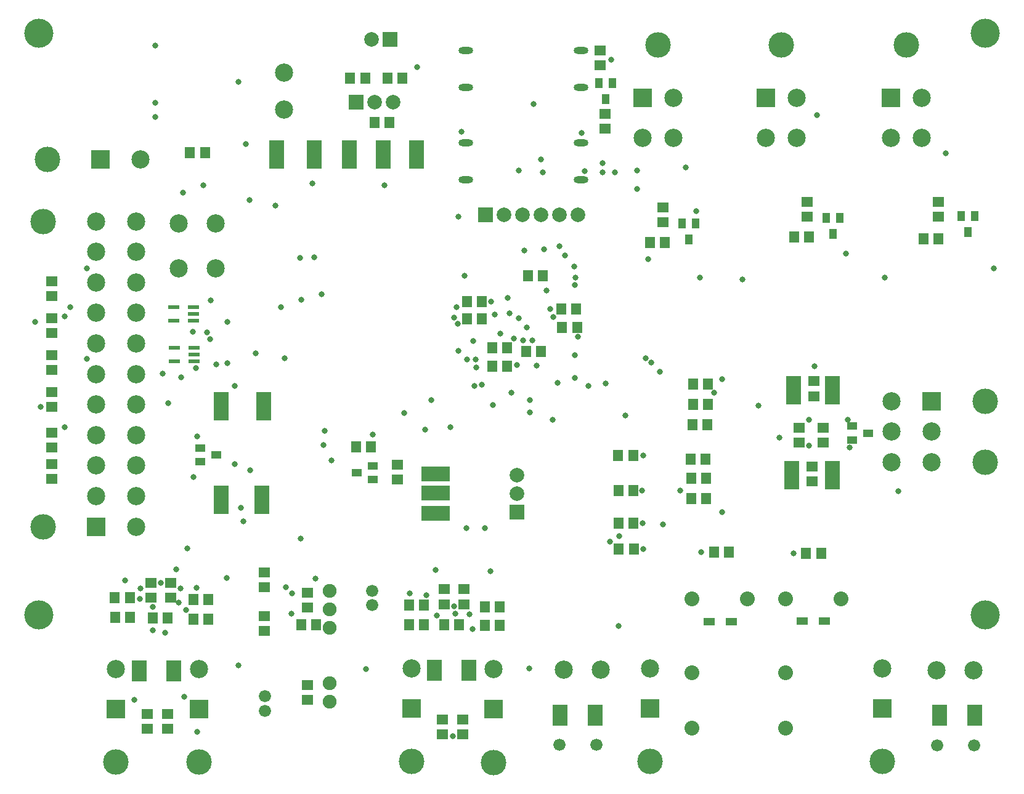
<source format=gbs>
G04 #@! TF.FileFunction,Soldermask,Bot*
%FSLAX46Y46*%
G04 Gerber Fmt 4.6, Leading zero omitted, Abs format (unit mm)*
G04 Created by KiCad (PCBNEW 4.0.6) date 07/03/17 14:26:51*
%MOMM*%
%LPD*%
G01*
G04 APERTURE LIST*
%ADD10C,0.100000*%
%ADD11C,4.000000*%
%ADD12R,2.000000X3.000000*%
%ADD13C,2.500000*%
%ADD14R,2.500000X2.500000*%
%ADD15C,3.508000*%
%ADD16C,1.676400*%
%ADD17R,1.400000X1.500000*%
%ADD18C,2.032000*%
%ADD19C,1.905000*%
%ADD20R,1.500000X1.400000*%
%ADD21R,2.000000X2.000000*%
%ADD22C,2.000000*%
%ADD23R,1.500000X0.550000*%
%ADD24R,2.000000X4.000000*%
%ADD25R,4.000000X2.000000*%
%ADD26R,1.000000X1.400000*%
%ADD27R,1.400000X1.000000*%
%ADD28R,1.500000X1.000000*%
%ADD29O,2.006600X0.939800*%
%ADD30C,0.800000*%
G04 APERTURE END LIST*
D10*
D11*
X203200000Y-23000000D03*
X203200000Y-103000000D03*
X73200000Y-103000000D03*
D12*
X201750000Y-116800000D03*
X197000000Y-116800000D03*
D13*
X189128400Y-110400000D03*
D14*
X189128400Y-115900000D03*
D15*
X189128400Y-123200000D03*
D16*
X196669660Y-121000000D03*
X201749660Y-121000000D03*
D17*
X168028840Y-94376240D03*
X165978840Y-94376240D03*
D18*
X162966400Y-118618000D03*
X162966400Y-110998000D03*
X162966400Y-100838000D03*
X170586400Y-100838000D03*
X175818800Y-118618000D03*
X175818800Y-110998000D03*
X175818800Y-100838000D03*
X183438800Y-100838000D03*
D15*
X73787000Y-48875400D03*
D13*
X86587000Y-48875400D03*
X86587000Y-53075400D03*
X86587000Y-57275400D03*
X86587000Y-61475400D03*
X86587000Y-65675400D03*
X86587000Y-69875400D03*
X86587000Y-74075400D03*
X86587000Y-78275400D03*
X86587000Y-82475400D03*
X86587000Y-86675400D03*
X86587000Y-90875400D03*
X81087000Y-48875400D03*
X81087000Y-53075400D03*
X81087000Y-57275400D03*
X81087000Y-61475400D03*
X81087000Y-65675400D03*
X81087000Y-69875400D03*
X81087000Y-74075400D03*
D14*
X81087000Y-90875400D03*
D13*
X81087000Y-86675400D03*
X81087000Y-82475400D03*
X81087000Y-78275400D03*
D15*
X73787000Y-90875400D03*
D13*
X87171200Y-40335200D03*
D14*
X81671200Y-40335200D03*
D15*
X74371200Y-40335200D03*
D19*
X113155200Y-114935000D03*
X113155200Y-112395000D03*
X113155200Y-104775000D03*
X113155200Y-102235000D03*
X113155200Y-99695000D03*
D20*
X128903200Y-101549200D03*
X128903200Y-99499200D03*
D13*
X92413200Y-49203200D03*
X97493200Y-49203200D03*
D20*
X150317200Y-25349200D03*
X150317200Y-27399200D03*
X178765200Y-46177200D03*
X178765200Y-48227200D03*
D21*
X116751100Y-32486600D03*
D22*
X119291100Y-32486600D03*
X121831100Y-32486600D03*
D23*
X91795200Y-68158200D03*
X91795200Y-66258200D03*
X94495200Y-66258200D03*
X94495200Y-68158200D03*
X94495200Y-67208200D03*
X91695200Y-62558200D03*
X91695200Y-60658200D03*
X94395200Y-60658200D03*
X94395200Y-62558200D03*
X94395200Y-61608200D03*
D24*
X98255200Y-74337200D03*
X98255200Y-87161200D03*
X104097200Y-74337200D03*
X103843200Y-87161200D03*
X182239900Y-83796000D03*
X182239900Y-72112000D03*
X176651900Y-83796000D03*
X176905900Y-72112000D03*
X125095000Y-39686000D03*
X120523000Y-39686000D03*
X115824000Y-39686000D03*
X105829100Y-39660600D03*
X110998000Y-39686000D03*
D25*
X127721400Y-89053800D03*
X127721400Y-83592800D03*
X127721400Y-86259800D03*
D17*
X154940000Y-93980000D03*
X152890000Y-93980000D03*
X93953200Y-39453200D03*
X96003200Y-39453200D03*
X179019200Y-51003200D03*
X176969200Y-51003200D03*
X159207200Y-51765200D03*
X157157200Y-51765200D03*
D20*
X150986000Y-34116000D03*
X150986000Y-36166000D03*
D17*
X196799200Y-51257200D03*
X194749200Y-51257200D03*
D20*
X158953200Y-46939200D03*
X158953200Y-48989200D03*
X196799200Y-46177200D03*
X196799200Y-48227200D03*
X104203200Y-105203200D03*
X104203200Y-103153200D03*
D17*
X85674200Y-100660200D03*
X83624200Y-100660200D03*
X124077200Y-104343200D03*
X126127200Y-104343200D03*
X96469200Y-100914200D03*
X94419200Y-100914200D03*
X136523200Y-101930200D03*
X134473200Y-101930200D03*
D20*
X91262200Y-100660200D03*
X91262200Y-98610200D03*
X88595200Y-100660200D03*
X88595200Y-98610200D03*
X131570200Y-101549200D03*
X131570200Y-99499200D03*
D17*
X180680580Y-94510860D03*
X178630580Y-94510860D03*
D16*
X144760000Y-120900000D03*
X149840000Y-120900000D03*
D17*
X162803200Y-86981200D03*
X164853200Y-86981200D03*
X162803200Y-84181200D03*
X164853200Y-84181200D03*
X152857200Y-90367360D03*
X154907200Y-90367360D03*
X152857200Y-85896960D03*
X154907200Y-85896960D03*
X152801320Y-81091280D03*
X154851320Y-81091280D03*
X163057200Y-74035200D03*
X165107200Y-74035200D03*
X163057200Y-71235200D03*
X165107200Y-71235200D03*
D20*
X122490000Y-84395500D03*
X122490000Y-82345500D03*
D17*
X118857200Y-79883600D03*
X116807200Y-79883600D03*
D26*
X182321200Y-50579200D03*
X183271200Y-48379200D03*
X181371200Y-48379200D03*
X162509200Y-51341200D03*
X163459200Y-49141200D03*
X161559200Y-49141200D03*
X151079200Y-32037200D03*
X152029200Y-29837200D03*
X150129200Y-29837200D03*
X200863200Y-50325200D03*
X201813200Y-48125200D03*
X199913200Y-48125200D03*
D27*
X116857200Y-83483600D03*
X119057200Y-84433600D03*
X119057200Y-82533600D03*
D14*
X190303200Y-31903200D03*
D13*
X194503200Y-31903200D03*
X190303200Y-37403200D03*
X194503200Y-37403200D03*
D15*
X192403200Y-24603200D03*
D14*
X173103200Y-31903200D03*
D13*
X177303200Y-31903200D03*
X173103200Y-37403200D03*
X177303200Y-37403200D03*
D15*
X175203200Y-24603200D03*
D14*
X156192800Y-31887200D03*
D13*
X160392800Y-31887200D03*
X156192800Y-37387200D03*
X160392800Y-37387200D03*
D15*
X158292800Y-24587200D03*
D13*
X83769200Y-110466200D03*
D14*
X83769200Y-115966200D03*
D15*
X83769200Y-123266200D03*
D13*
X95199200Y-110466200D03*
D14*
X95199200Y-115966200D03*
D15*
X95199200Y-123266200D03*
D13*
X135700000Y-110500000D03*
D14*
X135700000Y-116000000D03*
D15*
X135700000Y-123300000D03*
D13*
X124400000Y-110400000D03*
D14*
X124400000Y-115900000D03*
D15*
X124400000Y-123200000D03*
D13*
X157200000Y-110400000D03*
D14*
X157200000Y-115900000D03*
D15*
X157200000Y-123200000D03*
X203203200Y-82003200D03*
D13*
X190403200Y-82003200D03*
X190403200Y-77803200D03*
X190403200Y-73603200D03*
D14*
X195903200Y-73603200D03*
D13*
X195903200Y-77803200D03*
X195903200Y-82003200D03*
D15*
X203203200Y-73603200D03*
D21*
X121412000Y-23876000D03*
D22*
X118872000Y-23876000D03*
D21*
X134569200Y-47955200D03*
D22*
X137109200Y-47955200D03*
X139649200Y-47955200D03*
X142189200Y-47955200D03*
X144729200Y-47955200D03*
X147269200Y-47955200D03*
D21*
X138887200Y-88849200D03*
D22*
X138887200Y-86309200D03*
X138887200Y-83769200D03*
D13*
X145313400Y-110566200D03*
X150393400Y-110566200D03*
X201650600Y-110617000D03*
X196570600Y-110617000D03*
X106845100Y-33502600D03*
X106845100Y-28422600D03*
X92405200Y-55321200D03*
X97485200Y-55321200D03*
D17*
X111270000Y-104394000D03*
X109220000Y-104394000D03*
D28*
X181153400Y-103860600D03*
X178053400Y-103860600D03*
X168377200Y-103924100D03*
X165277200Y-103924100D03*
D27*
X97577200Y-81003200D03*
X95377200Y-80053200D03*
X95377200Y-81953200D03*
X187149900Y-78016000D03*
X184949900Y-77066000D03*
X184949900Y-78966000D03*
D17*
X83642200Y-103327200D03*
X85692200Y-103327200D03*
X126109200Y-101676200D03*
X124059200Y-101676200D03*
D20*
X104203200Y-99203200D03*
X104203200Y-97153200D03*
D17*
X94437200Y-103581200D03*
X96487200Y-103581200D03*
X134491200Y-104470200D03*
X136541200Y-104470200D03*
D16*
X118953200Y-99703200D03*
X118953200Y-101703200D03*
D17*
X90881200Y-103454200D03*
X88831200Y-103454200D03*
X130935200Y-104343200D03*
X128885200Y-104343200D03*
D20*
X110107200Y-101981000D03*
X110107200Y-99931000D03*
X110107200Y-112649000D03*
X110107200Y-114699000D03*
X88087200Y-118694200D03*
X88087200Y-116644200D03*
X131443200Y-117424200D03*
X131443200Y-119474200D03*
D16*
X104265200Y-116189000D03*
X104265200Y-114189000D03*
D20*
X90881200Y-118694200D03*
X90881200Y-116644200D03*
X128649200Y-119456200D03*
X128649200Y-117406200D03*
X179699900Y-72936000D03*
X179699900Y-70886000D03*
X179445900Y-82588000D03*
X179445900Y-84638000D03*
X180969900Y-77254000D03*
X180969900Y-79304000D03*
X177667900Y-77254000D03*
X177667900Y-79304000D03*
D17*
X119291100Y-35280600D03*
X121341100Y-35280600D03*
X121069100Y-29184600D03*
X123119100Y-29184600D03*
X118021100Y-29184600D03*
X115971100Y-29184600D03*
X164803200Y-81581200D03*
X162753200Y-81581200D03*
X140411200Y-56337200D03*
X142461200Y-56337200D03*
X144983200Y-60909200D03*
X147033200Y-60909200D03*
X147142200Y-63449200D03*
X145092200Y-63449200D03*
X134061200Y-59893200D03*
X132011200Y-59893200D03*
X142189200Y-66751200D03*
X140139200Y-66751200D03*
X134061200Y-62306200D03*
X132011200Y-62306200D03*
X135458200Y-68783200D03*
X137508200Y-68783200D03*
X135458200Y-66243200D03*
X137508200Y-66243200D03*
X165057200Y-76835200D03*
X163007200Y-76835200D03*
D29*
X147726400Y-38100000D03*
X147726400Y-43180000D03*
X147726400Y-30480000D03*
X147726400Y-25400000D03*
X131826000Y-25400000D03*
X131826000Y-30480000D03*
X131826000Y-43180000D03*
X131826000Y-38100000D03*
D12*
X144850000Y-116800000D03*
X149600000Y-116800000D03*
D11*
X73200000Y-23000000D03*
D12*
X132300000Y-110610000D03*
X127550000Y-110610000D03*
X86944000Y-110744000D03*
X91694000Y-110744000D03*
D20*
X74930000Y-69342000D03*
X74930000Y-67292000D03*
X74930000Y-74440000D03*
X74930000Y-72390000D03*
X74930000Y-59182000D03*
X74930000Y-57132000D03*
X74930000Y-64280000D03*
X74930000Y-62230000D03*
X74930000Y-82278000D03*
X74930000Y-84328000D03*
X74930000Y-80028000D03*
X74930000Y-77978000D03*
D30*
X112014000Y-58928000D03*
X106426000Y-60706000D03*
X99060000Y-62737998D03*
X92710006Y-70358000D03*
X90932000Y-73914000D03*
X152874980Y-104556560D03*
X110998000Y-53848000D03*
X102108000Y-45974000D03*
X153797000Y-75565000D03*
X152908000Y-92202000D03*
X89197691Y-32601875D03*
X89197691Y-24676875D03*
X135813800Y-61658500D03*
X96837500Y-59728100D03*
X143902488Y-62059457D03*
X139720064Y-65288445D03*
X141033500Y-65239900D03*
X112268000Y-79679800D03*
X113432200Y-81737200D03*
X94819900Y-99264210D03*
X89916000Y-98653600D03*
X132778200Y-104978200D03*
X107983199Y-100068201D03*
X141173200Y-32715200D03*
X100090011Y-82306364D03*
X179781200Y-68783200D03*
X184099200Y-53289200D03*
X164033200Y-56591200D03*
X197840220Y-39546746D03*
X163525200Y-47447200D03*
X93421200Y-102311200D03*
X93167200Y-114249200D03*
X136633022Y-64342288D03*
X179019200Y-76149200D03*
X142627001Y-52711001D03*
X135331200Y-59893200D03*
X142951200Y-58369200D03*
X142163800Y-40360600D03*
X138430000Y-65024000D03*
X130556000Y-60706000D03*
X166014400Y-72466200D03*
X167081200Y-88849200D03*
X179019200Y-79705200D03*
X141556505Y-68744985D03*
X139882762Y-52856943D03*
X143459200Y-60909200D03*
X130230785Y-62148553D03*
X147269200Y-64751602D03*
X130758798Y-62941200D03*
X100629401Y-29672599D03*
X107125000Y-99203200D03*
X191287400Y-85979000D03*
X101650000Y-38275000D03*
X99034913Y-97960985D03*
X111239702Y-98031702D03*
X100081986Y-71520414D03*
X101295200Y-90119200D03*
X100990012Y-88290012D03*
X88825000Y-105175000D03*
X127886939Y-103067966D03*
X90551000Y-105474002D03*
X125171200Y-27635200D03*
X110744004Y-43688000D03*
X92964000Y-44958000D03*
X120650000Y-43942000D03*
X109220000Y-59690000D03*
X109094101Y-53923899D03*
X105664000Y-46736000D03*
X135255000Y-97028000D03*
X127711200Y-96839190D03*
X131267200Y-36525200D03*
X92022200Y-96723200D03*
X184607200Y-79959200D03*
X184353200Y-76149200D03*
X102185604Y-83135604D03*
X112471200Y-77673200D03*
X94437200Y-84023200D03*
X94945200Y-78435200D03*
X140550900Y-110375700D03*
X94945200Y-119075200D03*
X86309200Y-114712791D03*
X130073400Y-119684800D03*
X107899200Y-102819200D03*
X130262752Y-101850804D03*
X92684600Y-99364800D03*
X126441200Y-100305610D03*
X124155200Y-100025200D03*
X138886091Y-68631909D03*
X146812000Y-67310000D03*
X126252859Y-77569046D03*
X85039200Y-98247200D03*
X129743200Y-77165200D03*
X87122000Y-99415600D03*
X87071200Y-100787200D03*
X151117300Y-71145400D03*
X134039084Y-71311328D03*
X156235400Y-81051400D03*
X158529778Y-69573665D03*
X146761200Y-55067200D03*
X156107360Y-85922360D03*
X157357641Y-68302109D03*
X146906436Y-56645348D03*
X156183560Y-90392760D03*
X156592173Y-67735410D03*
X146827844Y-57594512D03*
X164185600Y-94358460D03*
X176916080Y-94528640D03*
X156210000Y-93980000D03*
X99051967Y-68399913D03*
X180086000Y-34239200D03*
X139141200Y-41859200D03*
X142443200Y-42113200D03*
X119075200Y-78225722D03*
X79756000Y-55372000D03*
X148234400Y-41960800D03*
X147751800Y-36753800D03*
X77470000Y-60706000D03*
X118110000Y-110490000D03*
X100584000Y-109982000D03*
X162077400Y-41427400D03*
X204419200Y-55321200D03*
X96293293Y-64170661D03*
X94386400Y-64059165D03*
X132861751Y-65383159D03*
X123423362Y-75278515D03*
X137617200Y-59385200D03*
X127146031Y-73463190D03*
X106928745Y-67721655D03*
X132035000Y-67900000D03*
X130810000Y-66675000D03*
X167081200Y-70561200D03*
X161315400Y-85928200D03*
X172053210Y-74263210D03*
X144696820Y-52273200D03*
X133200000Y-67900000D03*
X137890262Y-61525190D03*
X158978600Y-90561160D03*
X144482481Y-71074010D03*
X140624010Y-73454420D03*
X143764000Y-76200000D03*
X130437379Y-102831808D03*
X132334367Y-102961886D03*
X88823800Y-101930200D03*
X92405200Y-101295200D03*
X140624010Y-75193814D03*
X148692383Y-71542629D03*
X133071802Y-71522232D03*
X150633418Y-40905418D03*
X152349200Y-42113200D03*
X155397200Y-41859200D03*
X151841200Y-26619200D03*
X150615610Y-42114209D03*
X155397200Y-44399200D03*
X189465200Y-56591200D03*
X156921200Y-54051200D03*
X169875200Y-56889200D03*
X89150000Y-34525000D03*
X95758000Y-43942000D03*
X151638000Y-92964000D03*
X146830000Y-70420000D03*
X131700000Y-56340000D03*
X174982511Y-78649990D03*
X145491200Y-53543200D03*
X133300000Y-69000000D03*
X139141200Y-62179200D03*
X103000000Y-67000000D03*
X96696751Y-65074542D03*
X138101245Y-72485290D03*
X97536000Y-68579998D03*
X94742002Y-69088000D03*
X135585200Y-74117200D03*
X140208000Y-63500000D03*
X130810000Y-48260000D03*
X134493000Y-91059000D03*
X109169200Y-92531801D03*
X93599000Y-93853000D03*
X131953000Y-91059000D03*
X76708000Y-61976000D03*
X72644000Y-62738000D03*
X73406000Y-74422000D03*
X76708000Y-77216000D03*
X79756000Y-67818000D03*
X90170000Y-69850000D03*
M02*

</source>
